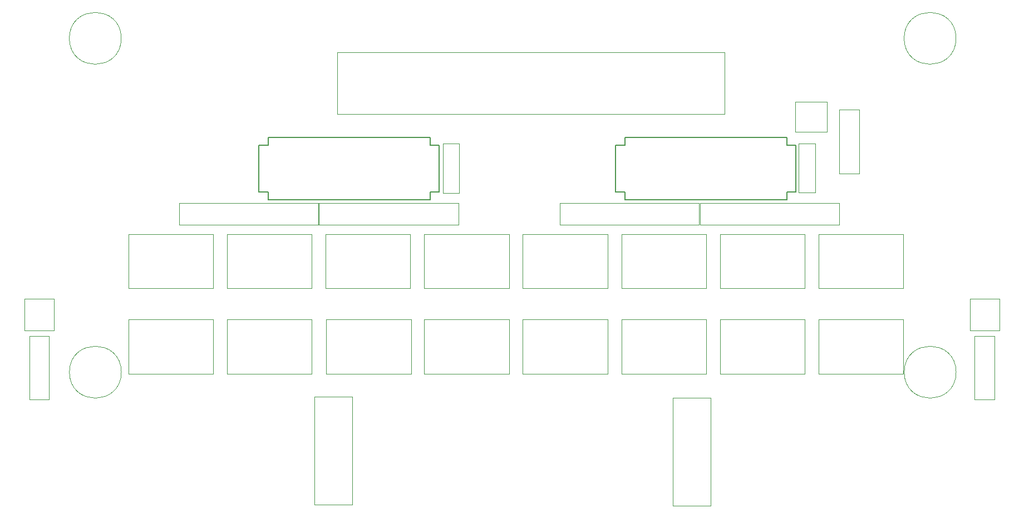
<source format=gbr>
G04 #@! TF.GenerationSoftware,KiCad,Pcbnew,(5.1.9)-1*
G04 #@! TF.CreationDate,2021-01-27T23:58:06-05:00*
G04 #@! TF.ProjectId,PB_16,50425f31-362e-46b6-9963-61645f706362,v3*
G04 #@! TF.SameCoordinates,Original*
G04 #@! TF.FileFunction,Other,User*
%FSLAX46Y46*%
G04 Gerber Fmt 4.6, Leading zero omitted, Abs format (unit mm)*
G04 Created by KiCad (PCBNEW (5.1.9)-1) date 2021-01-27 23:58:06*
%MOMM*%
%LPD*%
G01*
G04 APERTURE LIST*
%ADD10C,0.050000*%
%ADD11C,0.152400*%
G04 APERTURE END LIST*
D10*
X212077600Y-132866600D02*
G75*
G03*
X212077600Y-132866600I-3950000J0D01*
G01*
X85077600Y-132866600D02*
G75*
G03*
X85077600Y-132866600I-3950000J0D01*
G01*
X85063000Y-82066600D02*
G75*
G03*
X85063000Y-82066600I-3950000J0D01*
G01*
X212063000Y-82066600D02*
G75*
G03*
X212063000Y-82066600I-3950000J0D01*
G01*
X117891000Y-93567800D02*
X117891000Y-84207800D01*
X176851000Y-93567800D02*
X117891000Y-93567800D01*
X176851000Y-84207800D02*
X176851000Y-93567800D01*
X117891000Y-84207800D02*
X176851000Y-84207800D01*
D11*
X161660900Y-106590300D02*
X186324300Y-106590300D01*
X186324300Y-106590300D02*
X186324300Y-105434600D01*
X186324300Y-105434600D02*
X187708600Y-105434600D01*
X187708600Y-105434600D02*
X187708600Y-98322600D01*
X187708600Y-98322600D02*
X186324300Y-98322600D01*
X186324300Y-98322600D02*
X186324300Y-97166900D01*
X186324300Y-97166900D02*
X161660900Y-97166900D01*
X161660900Y-97166900D02*
X161660900Y-98322600D01*
X161660900Y-98322600D02*
X160276600Y-98322600D01*
X160276600Y-98322600D02*
X160276600Y-105434600D01*
X160276600Y-105434600D02*
X161660900Y-105434600D01*
X161660900Y-105434600D02*
X161660900Y-106590300D01*
D10*
X194301000Y-92947800D02*
X194301000Y-102667800D01*
X197301000Y-92947800D02*
X194301000Y-92947800D01*
X197301000Y-102667800D02*
X197301000Y-92947800D01*
X194301000Y-102667800D02*
X197301000Y-102667800D01*
X218651000Y-126531000D02*
X218651000Y-121681000D01*
X214151000Y-126531000D02*
X218651000Y-126531000D01*
X214151000Y-121681000D02*
X214151000Y-126531000D01*
X218651000Y-121681000D02*
X214151000Y-121681000D01*
X74851000Y-126531000D02*
X74851000Y-121681000D01*
X70351000Y-126531000D02*
X74851000Y-126531000D01*
X70351000Y-121681000D02*
X70351000Y-126531000D01*
X74851000Y-121681000D02*
X70351000Y-121681000D01*
X187601000Y-96267800D02*
X192451000Y-96267800D01*
X187601000Y-91767800D02*
X187601000Y-96267800D01*
X192451000Y-91767800D02*
X187601000Y-91767800D01*
X192451000Y-96267800D02*
X192451000Y-91767800D01*
X217901000Y-137062000D02*
X217901000Y-127342000D01*
X214901000Y-137062000D02*
X217901000Y-137062000D01*
X214901000Y-127342000D02*
X214901000Y-137062000D01*
X217901000Y-127342000D02*
X214901000Y-127342000D01*
X74101000Y-137062000D02*
X74101000Y-127342000D01*
X71101000Y-137062000D02*
X74101000Y-137062000D01*
X71101000Y-127342000D02*
X71101000Y-137062000D01*
X74101000Y-127342000D02*
X71101000Y-127342000D01*
D11*
X107410900Y-105434600D02*
X107410900Y-106590300D01*
X106026600Y-105434600D02*
X107410900Y-105434600D01*
X106026600Y-98322600D02*
X106026600Y-105434600D01*
X107410900Y-98322600D02*
X106026600Y-98322600D01*
X107410900Y-97166900D02*
X107410900Y-98322600D01*
X132074300Y-97166900D02*
X107410900Y-97166900D01*
X132074300Y-98322600D02*
X132074300Y-97166900D01*
X133458600Y-98322600D02*
X132074300Y-98322600D01*
X133458600Y-105434600D02*
X133458600Y-98322600D01*
X132074300Y-105434600D02*
X133458600Y-105434600D01*
X132074300Y-106590300D02*
X132074300Y-105434600D01*
X107410900Y-106590300D02*
X132074300Y-106590300D01*
D10*
X114050000Y-111850000D02*
X101150000Y-111850000D01*
X114050000Y-120100000D02*
X114050000Y-111850000D01*
X101150000Y-120100000D02*
X114050000Y-120100000D01*
X101150000Y-111850000D02*
X101150000Y-120100000D01*
X168997600Y-136755000D02*
X168997600Y-153155000D01*
X174697600Y-136755000D02*
X168997600Y-136755000D01*
X174697600Y-153155000D02*
X174697600Y-136755000D01*
X168997600Y-153155000D02*
X174697600Y-153155000D01*
X114482600Y-136618600D02*
X114482600Y-153018600D01*
X120182600Y-136618600D02*
X114482600Y-136618600D01*
X120182600Y-153018600D02*
X120182600Y-136618600D01*
X114482600Y-153018600D02*
X120182600Y-153018600D01*
X133992300Y-98080500D02*
X133992300Y-105580500D01*
X136492300Y-98080500D02*
X133992300Y-98080500D01*
X136492300Y-105580500D02*
X136492300Y-98080500D01*
X133992300Y-105580500D02*
X136492300Y-105580500D01*
X194312600Y-107163600D02*
X173112600Y-107163600D01*
X194312600Y-110463600D02*
X194312600Y-107163600D01*
X173112600Y-110463600D02*
X194312600Y-110463600D01*
X173112600Y-107163600D02*
X173112600Y-110463600D01*
X172986200Y-107163600D02*
X151786200Y-107163600D01*
X172986200Y-110463600D02*
X172986200Y-107163600D01*
X151786200Y-110463600D02*
X172986200Y-110463600D01*
X151786200Y-107163600D02*
X151786200Y-110463600D01*
X136352700Y-107163600D02*
X115152700Y-107163600D01*
X136352700Y-110463600D02*
X136352700Y-107163600D01*
X115152700Y-110463600D02*
X136352700Y-110463600D01*
X115152700Y-107163600D02*
X115152700Y-110463600D01*
X115061500Y-107163600D02*
X93861500Y-107163600D01*
X115061500Y-110463600D02*
X115061500Y-107163600D01*
X93861500Y-110463600D02*
X115061500Y-110463600D01*
X93861500Y-107163600D02*
X93861500Y-110463600D01*
X204050000Y-124850000D02*
X191150000Y-124850000D01*
X204050000Y-133100000D02*
X204050000Y-124850000D01*
X191150000Y-133100000D02*
X204050000Y-133100000D01*
X191150000Y-124850000D02*
X191150000Y-133100000D01*
X204050000Y-111850000D02*
X191150000Y-111850000D01*
X204050000Y-120100000D02*
X204050000Y-111850000D01*
X191150000Y-120100000D02*
X204050000Y-120100000D01*
X191150000Y-111850000D02*
X191150000Y-120100000D01*
X189050000Y-124850000D02*
X176150000Y-124850000D01*
X189050000Y-133100000D02*
X189050000Y-124850000D01*
X176150000Y-133100000D02*
X189050000Y-133100000D01*
X176150000Y-124850000D02*
X176150000Y-133100000D01*
X189050000Y-111850000D02*
X176150000Y-111850000D01*
X189050000Y-120100000D02*
X189050000Y-111850000D01*
X176150000Y-120100000D02*
X189050000Y-120100000D01*
X176150000Y-111850000D02*
X176150000Y-120100000D01*
X174050000Y-124850000D02*
X161150000Y-124850000D01*
X174050000Y-133100000D02*
X174050000Y-124850000D01*
X161150000Y-133100000D02*
X174050000Y-133100000D01*
X161150000Y-124850000D02*
X161150000Y-133100000D01*
X174050000Y-111850000D02*
X161150000Y-111850000D01*
X174050000Y-120100000D02*
X174050000Y-111850000D01*
X161150000Y-120100000D02*
X174050000Y-120100000D01*
X161150000Y-111850000D02*
X161150000Y-120100000D01*
X159050000Y-124850000D02*
X146150000Y-124850000D01*
X159050000Y-133100000D02*
X159050000Y-124850000D01*
X146150000Y-133100000D02*
X159050000Y-133100000D01*
X146150000Y-124850000D02*
X146150000Y-133100000D01*
X159050000Y-111850000D02*
X146150000Y-111850000D01*
X159050000Y-120100000D02*
X159050000Y-111850000D01*
X146150000Y-120100000D02*
X159050000Y-120100000D01*
X146150000Y-111850000D02*
X146150000Y-120100000D01*
X144050000Y-124850000D02*
X131150000Y-124850000D01*
X144050000Y-133100000D02*
X144050000Y-124850000D01*
X131150000Y-133100000D02*
X144050000Y-133100000D01*
X131150000Y-124850000D02*
X131150000Y-133100000D01*
X144050000Y-111850000D02*
X131150000Y-111850000D01*
X144050000Y-120100000D02*
X144050000Y-111850000D01*
X131150000Y-120100000D02*
X144050000Y-120100000D01*
X131150000Y-111850000D02*
X131150000Y-120100000D01*
X129164342Y-124850000D02*
X116264342Y-124850000D01*
X129164342Y-133100000D02*
X129164342Y-124850000D01*
X116264342Y-133100000D02*
X129164342Y-133100000D01*
X116264342Y-124850000D02*
X116264342Y-133100000D01*
X129050000Y-111850000D02*
X116150000Y-111850000D01*
X129050000Y-120100000D02*
X129050000Y-111850000D01*
X116150000Y-120100000D02*
X129050000Y-120100000D01*
X116150000Y-111850000D02*
X116150000Y-120100000D01*
X114050000Y-124850000D02*
X101150000Y-124850000D01*
X114050000Y-133100000D02*
X114050000Y-124850000D01*
X101150000Y-133100000D02*
X114050000Y-133100000D01*
X101150000Y-124850000D02*
X101150000Y-133100000D01*
X99050000Y-124850000D02*
X86150000Y-124850000D01*
X99050000Y-133100000D02*
X99050000Y-124850000D01*
X86150000Y-133100000D02*
X99050000Y-133100000D01*
X86150000Y-124850000D02*
X86150000Y-133100000D01*
X99050000Y-111850000D02*
X86150000Y-111850000D01*
X99050000Y-120100000D02*
X99050000Y-111850000D01*
X86150000Y-120100000D02*
X99050000Y-120100000D01*
X86150000Y-111850000D02*
X86150000Y-120100000D01*
X188132400Y-98055100D02*
X188132400Y-105555100D01*
X190632400Y-98055100D02*
X188132400Y-98055100D01*
X190632400Y-105555100D02*
X190632400Y-98055100D01*
X188132400Y-105555100D02*
X190632400Y-105555100D01*
M02*

</source>
